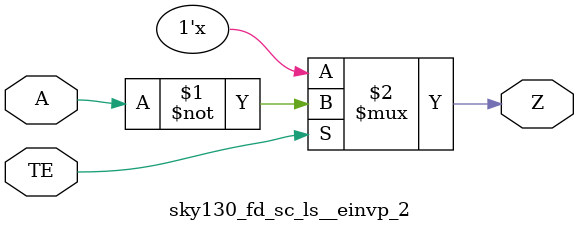
<source format=v>
/*
 * Copyright 2020 The SkyWater PDK Authors
 *
 * Licensed under the Apache License, Version 2.0 (the "License");
 * you may not use this file except in compliance with the License.
 * You may obtain a copy of the License at
 *
 *     https://www.apache.org/licenses/LICENSE-2.0
 *
 * Unless required by applicable law or agreed to in writing, software
 * distributed under the License is distributed on an "AS IS" BASIS,
 * WITHOUT WARRANTIES OR CONDITIONS OF ANY KIND, either express or implied.
 * See the License for the specific language governing permissions and
 * limitations under the License.
 *
 * SPDX-License-Identifier: Apache-2.0
*/


`ifndef SKY130_FD_SC_LS__EINVP_2_FUNCTIONAL_V
`define SKY130_FD_SC_LS__EINVP_2_FUNCTIONAL_V

/**
 * einvp: Tri-state inverter, positive enable.
 *
 * Verilog simulation functional model.
 */

`timescale 1ns / 1ps
`default_nettype none

`celldefine
module sky130_fd_sc_ls__einvp_2 (
    Z ,
    A ,
    TE
);

    // Module ports
    output Z ;
    input  A ;
    input  TE;

    //     Name     Output  Other arguments
    notif1 notif10 (Z     , A, TE          );

endmodule
`endcelldefine

`default_nettype wire
`endif  // SKY130_FD_SC_LS__EINVP_2_FUNCTIONAL_V

</source>
